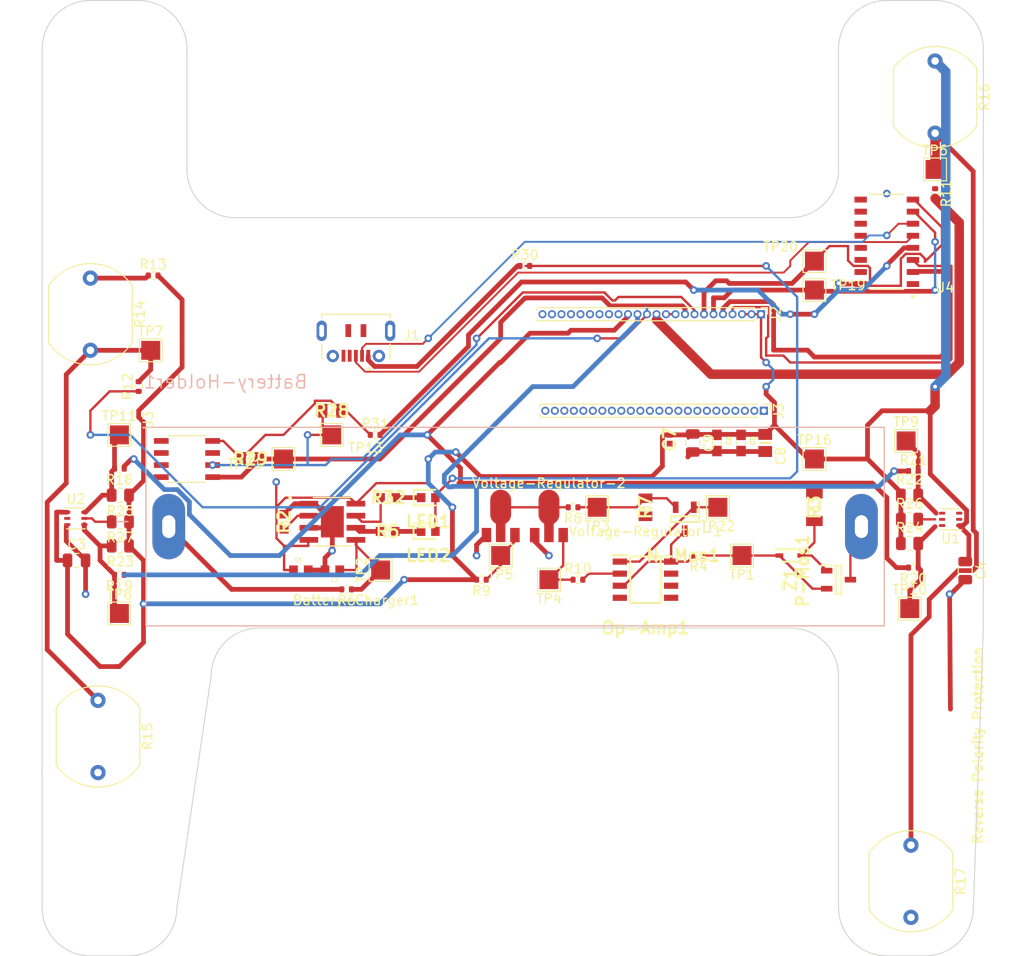
<source format=kicad_pcb>
(kicad_pcb (version 20221018) (generator pcbnew)
  (layers (0 "F.Cu" signal) (31 "B.Cu" signal) (34 "B.Paste" user) (35 "F.Paste" user) (36 "B.SilkS" user "B.Silkscreen") (37 "F.SilkS" user "F.Silkscreen") (38 "B.Mask" user) (39 "F.Mask" user) (44 "Edge.Cuts" user))
  (net 0 "")
  (net 1 "Net-(R13-Pad1)")
  (net 2 "Net-(R12-Pad2)")
  (net 3 "GND")
  (net 4 "+3.3V")
  (net 5 "Net-(R11-Pad1)")
  (net 7 "Net-(U1-SCL)")
  (net 8 "Net-(U1-INT)")
  (net 9 "Net-(U1-SDA)")
  (net 11 "Net-(U2-SCL)")
  (net 12 "Net-(U2-INT)")
  (net 13 "Net-(U2-SDA)")
  (net 14 "Net-(Z1-K)")
  (net 15 "/Power_Subsystem/V-pos")
  (net 16 "Net-(Battery-Charger1-BAT)")
  (net 17 "/Power_Subsystem/Vbat")
  (net 18 "Net-(N-Mos1-Pad2)")
  (net 19 "/Power_Subsystem/V-Reg")
  (net 20 "Net-(Voltage-Regulator-2-VO)")
  (net 21 "Net-(Voltage-Regulator-1-VO)")
  (net 22 "/Power_Subsystem/3.3-back")
  (net 23 "Net-(J1-VBUS)")
  (net 24 "+5V")
  (net 25 "+3V3")
  (net 26 "Net-(U4-V3)")
  (net 27 "/Microcontroller/EEPROM_SCL")
  (net 28 "/Microcontroller/LDR_Vout1")
  (net 29 "/Microcontroller/LDR_Vout2")
  (net 30 "/Microcontroller/USB_TIMIN")
  (net 31 "/Microcontroller/USB_TIMOUT")
  (net 32 "/Microcontroller/EEPROM_SDA")
  (net 33 "Net-(Op-Amp1-VOUTA)")
  (net 34 "/Microcontroller/USB_D-")
  (net 35 "/Microcontroller/USB_D+")
  (net 37 "/Microcontroller/USB_TXD")
  (net 38 "/Microcontroller/USB_RXD")
  (net 43 "Net-(Battery-Charger1-PROG)")
  (net 44 "Net-(Battery-Charger1-~{STDBY})")
  (net 45 "Net-(Battery-Charger1-~{CHRG})")
  (net 46 "Net-(Battery-Holder1-PadP)")
  (net 47 "Net-(LED1-Pad1)")
  (net 48 "Net-(LED2-Pad1)")
  (net 50 "Net-(Z1-A)")
  (net 51 "/Microcontroller/SCLSense")
  (net 52 "/Microcontroller/SDASense")
  (footprint "OptoDevice:Lite-On_LTR-303ALS-01" (layer "F.Cu") (at 184.52 80.01 180)
    (fp_text reference "U1")
    (fp_text value "LTR-303ALS-01")
  )
  (footprint "Resistor_SMD:R_0402_1005Metric" (layer "F.Cu") (at 139.7 53.34)
    (fp_text reference "R30")
    (fp_text value "0")
  )
  (footprint "TestPoint:TestPoint_Pad_2.0x2.0mm" (layer "F.Cu") (at 160.02 78.74 180)
    (fp_text reference "TP22")
    (fp_text value "TestPoint")
  )
  (footprint "Capacitor_SMD:C_0805_2012Metric" (layer "F.Cu") (at 157.38 71.97 -90)
    (fp_text reference "C9")
    (fp_text value "1uF")
  )
  (footprint "TestPoint:TestPoint_Pad_2.0x2.0mm" (layer "F.Cu") (at 170.18 55.88)
    (fp_text reference "TP19")
    (fp_text value "TestPoint" hide)
  )
  (footprint "TestPoint:TestPoint_Pad_2.0x2.0mm" (layer "F.Cu") (at 124.525 85.344 90)
    (fp_text reference "TP2")
    (fp_text value "TestPoint")
  )
  (footprint "MyNmos:SOT95P280X125-3N" (layer "F.Cu") (at 156.53 79.99 -90)
    (fp_text reference "N-Mos1")
    (fp_text value "AO3400A" hide)
  )
  (footprint "TestPoint:TestPoint_Pad_2.0x2.0mm" (layer "F.Cu") (at 162.56 83.82 180)
    (fp_text reference "TP1")
    (fp_text value "TestPoint")
  )
  (footprint "Resistor_SMD:R_0402_1005Metric" (layer "F.Cu") (at 180.592 85.09 180)
    (fp_text reference "R20")
    (fp_text value "0")
  )
  (footprint "TestPoint:TestPoint_Pad_2.0x2.0mm" (layer "F.Cu") (at 179.832 71.755)
    (fp_text reference "TP9")
    (fp_text value "TestPoint")
  )
  (footprint "TestPoint:TestPoint_Pad_2.0x2.0mm" (layer "F.Cu") (at 119.38 71.12)
    (fp_text reference "TP13")
    (fp_text value "TestPoint" hide)
  )
  (footprint "Resistor_SMD:R_0402_1005Metric" (layer "F.Cu") (at 144.78 78.74 180)
    (fp_text reference "R8")
    (fp_text value "0")
  )
  (footprint "Resistor_SMD:R_0805_2012Metric" (layer "F.Cu") (at 180.1895 82.55)
    (fp_text reference "R24")
    (fp_text value "10K")
  )
  (footprint "TestPoint:TestPoint_Pad_2.0x2.0mm" (layer "F.Cu") (at 170.18 52.832 -90)
    (fp_text reference "TP20")
    (fp_text value "TestPoint" hide)
  )
  (footprint "100n CC0603KRX7R9BB104:CAPC1608X90" (layer "F.Cu") (at 162.46 71.97 -90)
    (fp_text reference "C5")
    (fp_text value "100nF")
  )
  (footprint "TestPoint:TestPoint_Pad_2.0x2.0mm" (layer "F.Cu") (at 182.88 43.18)
    (fp_text reference "TP6")
    (fp_text value "TestPoint")
  )
  (footprint "TestPoint:TestPoint_Pad_2.0x2.0mm" (layer "F.Cu") (at 114.3 73.66)
    (fp_text reference "TP21")
    (fp_text value "TestPoint" hide)
  )
  (footprint "TestPoint:TestPoint_Pad_2.0x2.0mm" (layer "F.Cu") (at 170.18 73.66)
    (fp_text reference "TP16")
    (fp_text value "TestPoint" hide)
  )
  (footprint "MyGreenLED:LEDC1608X50N" (layer "F.Cu") (at 129.54 81.28)
    (fp_text reference "LED2")
    (fp_text value "Green" hide)
  )
  (footprint "My100k:RESC3116X65N" (layer "F.Cu") (at 170.18 78.74 -90)
    (fp_text reference "R3")
    (fp_text value "100k" hide)
  )
  (footprint "10n Cap CL21B103KBANNNC:CAPC2012X140N" (layer "F.Cu") (at 165 71.97 -90)
    (fp_text reference "C8")
    (fp_text value "10nF")
  )
  (footprint "Resistor_SMD:R_0805_2012Metric" (layer "F.Cu") (at 97.1315 77.47 180)
    (fp_text reference "R25")
    (fp_text value "10K")
  )
  (footprint "Resistor_SMD:R_0805_2012Metric" (layer "F.Cu") (at 97.1315 80.264 180)
    (fp_text reference "R27")
    (fp_text value "10K")
  )
  (footprint "TestPoint:TestPoint_Pad_2.0x2.0mm" (layer "F.Cu") (at 100.33 62.22)
    (fp_text reference "TP7")
    (fp_text value "TestPoint")
  )
  (footprint "TestPoint:TestPoint_Pad_2.0x2.0mm" (layer "F.Cu") (at 147.32 78.74 180)
    (fp_text reference "TP3")
    (fp_text value "TestPoint")
  )
  (footprint "Connector_PinHeader_1.00mm:PinHeader_1x24_P1.00mm_Vertical" (layer "F.Cu") (at 164.56 58.42 -90)
    (fp_text reference "J2")
    (fp_text value "Conn_01x24")
  )
  (footprint "TestPoint:TestPoint_Pad_2.0x2.0mm" (layer "F.Cu") (at 142.24 86.36 180)
    (fp_text reference "TP4")
    (fp_text value "TestPoint")
  )
  (footprint "Resistor_SMD:R_0402_1005Metric" (layer "F.Cu") (at 135.13 86.36 180)
    (fp_text reference "R9")
    (fp_text value "0")
  )
  (footprint "MICROXNJ:SHOUHAN_MICROXNJ" (layer "F.Cu") (at 121.92 58.42)
    (fp_text reference "J1")
    (fp_text value "MICROXNJ")
  )
  (footprint "Capacitor_SMD:C_0805_2012Metric" (layer "F.Cu") (at 92.522 84.328)
    (fp_text reference "C3")
    (fp_text value "1uF")
  )
  (footprint "Resistor_SMD:R_0805_2012Metric" (layer "F.Cu") (at 97.1315 82.804 180)
    (fp_text reference "R23")
    (fp_text value "10K")
  )
  (footprint "Resistor_SMD:R_0402_1005Metric" (layer "F.Cu") (at 97.028 74.676 180)
    (fp_text reference "R18")
    (fp_text value "0")
  )
  (footprint "MyZener:SODFL2513X100N" (layer "F.Cu") (at 167.64 83.82)
    (fp_text reference "Z1")
    (fp_text value "MM3Z5V6C" hide)
  )
  (footprint "My1.2k:RESC1608X55N" (layer "F.Cu") (at 114.365 80.264 -90)
    (fp_text reference "R2")
    (fp_text value "1.2k" hide)
  )
  (footprint "Resistor_SMD:R_0402_1005Metric" (layer "F.Cu") (at 97.028 85.852 180)
    (fp_text reference "R19")
    (fp_text value "0")
  )
  (footprint "Myopamp:SOIC127P600X175-8N" (layer "F.Cu") (at 152.4 86.36)
    (fp_text reference "Op-Amp1")
    (fp_text value "MCP6002T-I_SN" hide)
  )
  (footprint "TP4056:SOP127P600X175-9N" (layer "F.Cu") (at 119.445 80.264)
    (fp_text reference "Battery-Charger1")
    (fp_text value "TP4056")
  )
  (footprint "MyPmos:SOT95P280X125-3N" (layer "F.Cu") (at 172.72 86.36)
    (fp_text reference "P-Mos1")
    (fp_text value "AO3401A" hide)
  )
  (footprint "My1.2k:RESC1608X55N" (layer "F.Cu") (at 125.325 77.724)
    (fp_text reference "R32")
    (fp_text value "1k" hide)
  )
  (footprint "Resistor_SMD:R_0402_1005Metric" (layer "F.Cu") (at 100.582 54.346)
    (fp_text reference "R13")
    (fp_text value "0")
  )
  (footprint "Capacitor_SMD:C_0805_2012Metric" (layer "F.Cu") (at 186.055 85.405 -90)
    (fp_text reference "C4")
    (fp_text value "1uF")
  )
  (footprint "OptoDevice:R_LDR_10x8.5mm_P7.6mm_Vertical" (layer "F.Cu") (at 180.34 114.3 -90)
    (fp_text reference "R17")
    (fp_text value "LDR03")
  )
  (footprint "MyRedLED:LEDC1608X70N" (layer "F.Cu") (at 129.54 77.724)
    (fp_text reference "LED1")
    (fp_text value "Red" hide)
  )
  (footprint "Resistor_SMD:R_0402_1005Metric" (layer "F.Cu") (at 157.99 83.82 180)
    (fp_text reference "R4")
    (fp_text value "0")
  )
  (footprint "1.8k Ohm Resistor:RESC2013X65N" (layer "F.Cu") (at 119.38 68.58 180)
    (fp_text reference "R28")
    (fp_text value "1.8k" hide)
  )
  (footprint "1.8k Ohm Resistor:RESC2013X65N" (layer "F.Cu") (at 110.81 73.66)
    (fp_text reference "R29")
    (fp_text value "1.8k" hide)
  )
  (footprint "4.7n Cap LIB_0402B472K500NT:CAPC1005X55N" (layer "F.Cu") (at 154.94 71.58 -90)
    (fp_text reference "C7")
    (fp_text value "4.7uF" hide)
  )
  (footprint "CL10A106KP8NNNC:CAPC1608X90N" (layer "F.Cu") (at 119.445 85.344 180)
    (fp_text reference "C2")
    (fp_text value "10uF")
  )
  (footprint "OptoDevice:Lite-On_LTR-303ALS-01" (layer "F.Cu") (at 92.445 79.91)
    (fp_text reference "U2")
    (fp_text value "LTR-303ALS-01")
  )
  (footprint "TestPoint:TestPoint_Pad_2.0x2.0mm" (layer "F.Cu") (at 180.213 89.408)
    (fp_text reference "TP10")
    (fp_text value "TestPoint")
  )
  (footprint "Connector_PinHeader_1.00mm:PinHeader_1x24_P1.00mm_Vertical" (layer "F.Cu") (at 164.86 68.58 -90)
    (fp_text reference "J3")
    (fp_text value "Conn_01x24")
  )
  (footprint "TestPoint:TestPoint_Pad_2.0x2.0mm" (layer "F.Cu") (at 97.028 71.12)
    (fp_text reference "TP11")
    (fp_text value "TestPoint")
  )
  (footprint "My1.2k:RESC1608X55N" (layer "F.Cu") (at 125.26 81.28 180)
    (fp_text reference "R5")
    (fp_text value "1k" hide)
  )
  (footprint "Resistor_SMD:R_0402_1005Metric" (layer "F.Cu") (at 182.88 45.72 -90)
    (fp_text reference "R11")
    (fp_text value "0")
  )
  (footprint "HT7533-1:SOT89" (layer "F.Cu") (at 137.16 79.68)
    (fp_text reference "Voltage-Regulator-2")
    (fp_text value "HT7533-1")
  )
  (footprint "CL10A106KP8NNNC:CAPC1608X90N" (layer "F.Cu") (at 116.13 85.344)
    (fp_text reference "C1")
    (fp_text value "10uF")
  )
  (footprint "AT24C256C-SSHL-T EEPROM Chip:SOIC127P600X175-8N" (layer "F.Cu") (at 104.14 73.66)
    (fp_text reference "U3")
    (fp_text value "AT24C256C-SSHL-T")
  )
  (footprint "OptoDevice:R_LDR_10x8.5mm_P7.6mm_Vertical" (layer "F.Cu") (at 94.78 99.06 -90)
    (fp_text reference "R15")
    (fp_text value "LDR03")
  )
  (footprint "100n CC0603KRX7R9BB104:CAPC1608X90" (layer "F.Cu") (at 159.92 71.97 -90)
    (fp_text reference "C6")
    (fp_text value "100nF")
  )
  (footprint "OptoDevice:R_LDR_10x8.5mm_P7.6mm_Vertical" (layer "F.Cu") (at 182.88 31.77 -90)
    (fp_text reference "R16")
    (fp_text value "LDR03")
  )
  (footprint "Resistor_SMD:R_0805_2012Metric" (layer "F.Cu") (at 180.1895 77.47)
    (fp_text reference "R22")
    (fp_text value "10K")
  )
  (footprint "Resistor_SMD:R_0402_1005Metric" (layer "F.Cu") (at 180.592 74.93)
    (fp_text reference "R21")
    (fp_text value "0")
  )
  (footprint "OptoDevice:R_LDR_10x8.5mm_P7.6mm_Vertical" (layer "F.Cu") (at 93.98 54.62 -90)
    (fp_text reference "R14")
    (fp_text value "LDR03")
  )
  (footprint "HT7533-1:SOT89" (layer "F.Cu") (at 142.24 79.68)
    (fp_text reference "Voltage-Regulator-1")
    (fp_text value "HT7533-1")
  )
  (footprint "TestPoint:TestPoint_Pad_2.0x2.0mm" (layer "F.Cu") (at 137.16 83.82 180)
    (fp_text reference "TP5")
    (fp_text value "TestPoint")
  )
  (footprint "Resistor_SMD:R_0402_1005Metric" (layer "F.Cu") (at 99.06 66.03 90)
    (fp_text reference "R12")
    (fp_text value "0")
  )
  (footprint "Resistor_SMD:R_0402_1005Metric" (layer "F.Cu") (at 145.29 86.36)
    (fp_text reference "R10")
    (fp_text value "0")
  )
  (footprint "My1M:RESC2013X65N" (layer "F.Cu") (at 152.4 78.74 -90)
    (fp_text reference "R7")
    (fp_text value "1M" hide)
  )
  (footprint "TestPoint:TestPoint_Pad_2.0x2.0mm" (layer "F.Cu") (at 97.028 89.916)
    (fp_text reference "TP8")
    (fp_text value "TestPoint")
  )
  (footprint "Resistor_SMD:R_0805_2012Metric" (layer "F.Cu") (at 180.1895 80.01)
    (fp_text reference "R26")
    (fp_text value "10K")
  )
  (footprint "Resistor_SMD:R_0402_1005Metric" (layer "F.Cu") (at 120.945 87.376 180)
    (fp_text reference "R6")
    (fp_text value "0")
  )
  (footprint "CH340G Bridge:SOIC127P600X180-16N" (layer "F.Cu") (at 177.8 50.8 180)
    (fp_text reference "U4")
    (fp_text value "CH340G")
  )
  (footprint "Resistor_SMD:R_0402_1005Metric" (layer "F.Cu") (at 123.95 71.12)
    (fp_text reference "R31")
    (fp_text value "0")
  )
  (footprint "BH-18650-PC:BAT_BH-18650-PC" (layer "B.Cu") (at 138.676 80.772)
    (fp_text reference "Battery-Holder1")
    (fp_text value "BH-18650-PC")
  )
  (gr_line (start 172.72 96.52) (end 172.72 120.867898) (stroke (width 0.1)) (layer "Edge.Cuts"))
  (gr_arc (start 88.9 30.48) (mid 90.387898 26.887898) (end 93.98 25.4) (stroke (width 0.1)) (layer "Edge.Cuts"))
  (gr_line (start 186.907898 120.867898) (end 187.96 91.44) (stroke (width 0.1)) (layer "Edge.Cuts"))
  (gr_arc (start 177.8 125.947898) (mid 174.207898 124.46) (end 172.72 120.867898) (stroke (width 0.1)) (layer "Edge.Cuts"))
  (gr_arc (start 186.907898 120.867898) (mid 185.42 124.46) (end 181.827898 125.947898) (stroke (width 0.1)) (layer "Edge.Cuts"))
  (gr_arc (start 106.68 96.52) (mid 108.167898 92.927898) (end 111.76 91.44) (stroke (width 0.1)) (layer "Edge.Cuts"))
  (gr_arc (start 103.087898 120.867898) (mid 101.6 124.46) (end 98.007898 125.947898) (stroke (width 0.1)) (layer "Edge.Cuts"))
  (gr_arc (start 182.88 25.4) (mid 186.472102 26.887898) (end 187.96 30.48) (stroke (width 0.1)) (layer "Edge.Cuts"))
  (gr_line (start 103.087898 120.867898) (end 106.68 96.52) (stroke (width 0.1)) (layer "Edge.Cuts"))
  (gr_arc (start 93.98 125.947898) (mid 90.387898 124.46) (end 88.9 120.867898) (stroke (width 0.1)) (layer "Edge.Cuts"))
  (gr_line (start 109.22 48.26) (end 167.64 48.26) (stroke (width 0.1)) (layer "Edge.Cuts"))
  (gr_line (start 88.9 53.34) (end 88.9 106.68) (stroke (width 0.1)) (layer "Edge.Cuts"))
  (gr_arc (start 99.06 25.4) (mid 102.652102 26.887898) (end 104.14 30.48) (stroke (width 0.1)) (layer "Edge.Cuts"))
  (gr_line (start 187.96 30.48) (end 187.96 71.12) (stroke (width 0.1)) (layer "Edge.Cuts"))
  (gr_line (start 88.9 53.34) (end 88.9 30.48) (stroke (width 0.1)) (layer "Edge.Cuts"))
  (gr_line (start 93.98 125.947898) (end 98.007898 125.947898) (stroke (width 0.1)) (layer "Edge.Cuts"))
  (gr_line (start 93.98 25.4) (end 99.06 25.4) (stroke (width 0.1)) (layer "Edge.Cuts"))
  (gr_line (start 111.76 91.44) (end 167.64 91.44) (stroke (width 0.1)) (layer "Edge.Cuts"))
  (gr_arc (start 172.72 43.18) (mid 171.232102 46.772102) (end 167.64 48.26) (stroke (width 0.1)) (layer "Edge.Cuts"))
  (gr_line (start 104.14 30.48) (end 104.14 43.18) (stroke (width 0.1)) (layer "Edge.Cuts"))
  (gr_line (start 88.9 106.68) (end 88.9 120.867898) (stroke (width 0.1)) (layer "Edge.Cuts"))
  (gr_arc (start 172.72 30.48) (mid 174.207898 26.887898) (end 177.8 25.4) (stroke (width 0.1)) (layer "Edge.Cuts"))
  (gr_line (start 187.96 71.12) (end 187.96 91.44) (stroke (width 0.1)) (layer "Edge.Cuts"))
  (gr_arc (start 109.22 48.26) (mid 105.627898 46.772102) (end 104.14 43.18) (stroke (width 0.1)) (layer "Edge.Cuts"))
  (gr_line (start 177.8 125.947898) (end 181.827898 125.947898) (stroke (width 0.1)) (layer "Edge.Cuts"))
  (gr_arc (start 167.64 91.44) (mid 171.232102 92.927898) (end 172.72 96.52) (stroke (width 0.1)) (layer "Edge.Cuts"))
  (gr_line (start 177.8 25.4) (end 182.88 25.4) (stroke (width 0.1)) (layer "Edge.Cuts"))
  (gr_line (start 172.72 30.48) (end 172.72 43.18) (stroke (width 0.1)) (layer "Edge.Cuts"))
  (gr_text "Reverse Polarity Protection" (at 187.96 114.3 90) (layer "F.SilkS") (effects (font (size 1 1) (thickness 0.2) bold) (justify left bottom)))
  (via (at 177.8 45.72) (size 0.8) (drill 0.4) (layers "F.Cu" "B.Cu") (net 0))
  (segment (start 93.98 54.62) (end 99.798 54.62) (width 0.5) (layer "F.Cu") (net 1))
  (segment (start 99.798 54.62) (end 100.072 54.346) (width 0.5) (layer "F.Cu") (net 1))
  (segment (start 100.33 62.22) (end 100.33 64.25) (width 0.5) (layer "F.Cu") (net 2))
  (segment (start 93.34 62.86) (end 93.98 62.22) (width 0.5) (layer "F.Cu") (net 2))
  (segment (start 89.436 78.204) (end 91.44 76.2) (width 0.5) (layer "F.Cu") (net 2))
  (segment (start 91.44 76.2) (end 91.44 64.76) (width 0.5) (layer "F.Cu") (net 2))
  (segment (start 100.076 61.966) (end 100.33 62.22) (width 0.5) (layer "F.Cu") (net 2))
  (segment (start 89.436 93.716) (end 89.436 78.204) (width 0.5) (layer "F.Cu") (net 2))
  (segment (start 94.78 99.06) (end 89.436 93.716) (width 0.5) (layer "F.Cu") (net 2))
  (segment (start 91.44 64.76) (end 93.34 62.86) (width 0.5) (layer "F.Cu") (net 2))
  (segment (start 93.98 62.22) (end 100.33 62.22) (width 0.5) (layer "F.Cu") (net 2))
  (segment (start 100.33 64.25) (end 99.06 65.52) (width 0.5) (layer "F.Cu") (net 2))
  (segment (start 117.596793 78.359) (end 116.97 78.359) (width 0.5) (layer "F.Cu") (net 3))
  (segment (start 116.905 85.344) (end 118.67 85.344) (width 0.5) (layer "F.Cu") (net 3))
  (segment (start 119.445 80.264) (end 119.445 83.286) (width 0.5) (layer "F.Cu") (net 3))
  (segment (start 119.445 80.207207) (end 117.596793 78.359) (width 0.5) (layer "F.Cu") (net 3))
  (segment (start 140.741 82.321) (end 140.741 81.661) (width 0.5) (layer "F.Cu") (net 3))
  (segment (start 91.44 82.296) (end 91.44 80.772) (width 0.5) (layer "F.Cu") (net 3))
  (segment (start 184.404 87.884) (end 184.495 87.915) (width 0.5) (layer "F.Cu") (net 3))
  (segment (start 119.445 80.264) (end 119.445 80.207207) (width 0.5) (layer "F.Cu") (net 3))
  (segment (start 157.38 72.92) (end 157.43 72.87) (width 0.5) (layer "F.Cu") (net 3))
  (segment (start 116.97 80.899) (end 118.81 80.899) (width 0.5) (layer "F.Cu") (net 3))
  (segment (start 118.81 80.899) (end 119.445 80.264) (width 0.5) (layer "F.Cu") (net 3))
  (segment (start 142.24 83.82) (end 140.741 82.321) (width 0.5) (layer "F.Cu") (net 3))
  (segment (start 154.56 58.42) (end 155.56 58.42) (width 0.25) (layer "F.Cu") (net 3))
  (segment (start 184.495 99.985) (end 184.404 87.884) (width 0.5) (layer "F.Cu") (net 3))
  (segment (start 184.495 87.915) (end 186.055 86.355) (width 0.5) (layer "F.Cu") (net 3))
  (segment (start 134.62 83.82) (end 134.62 82.702) (width 0.5) (layer "F.Cu") (net 3))
  (segment (start 134.62 82.702) (end 135.661 81.661) (width 0.5) (layer "F.Cu") (net 3))
  (segment (start 156.854 73.446) (end 157.38 72.92) (width 0.5) (layer "F.Cu") (net 3))
  (segment (start 119.419 83.312) (end 118.67 84.061) (width 0.5) (layer "F.Cu") (net 3))
  (segment (start 119.445 83.286) (end 119.419 83.312) (width 0.5) (layer "F.Cu") (net 3))
  (segment (start 114.365 79.464) (end 115.47 78.359) (width 0.5) (layer "F.Cu") (net 3))
  (segment (start 118.67 84.061) (end 118.67 85.344) (width 0.5) (layer "F.Cu") (net 3))
  (segment (start 157.43 72.87) (end 165 72.87) (width 0.5) (layer "F.Cu") (net 3))
  (segment (start 115.47 78.359) (end 116.97 78.359) (width 0.5) (layer "F.Cu") (net 3))
  (segment (start 93.472 84.328) (end 93.472 87.884) (width 0.5) (layer "F.Cu") (net 3))
  (segment (start 116.97 78.359) (end 117.54 78.359) (width 0.25) (layer "F.Cu") (net 3))
  (segment (start 93.472 84.328) (end 91.44 82.296) (width 0.5) (layer "F.Cu") (net 3))
  (segment (start 159.97 72.87) (end 159.92 72.82) (width 0.25) (layer "F.Cu") (net 3))
  (via (at 134.62 83.82) (size 0.8) (drill 0.4) (layers "F.Cu" "B.Cu") (net 3))
  (via (at 93.472 87.884) (size 0.8) (drill 0.4) (layers "F.Cu" "B.Cu") (net 3))
  (via (at 119.419 83.312) (size 0.8) (drill 0.4) (layers "F.Cu" "B.Cu") (net 3))
  (via (at 142.24 83.82) (size 0.8) (drill 0.4) (layers "F.Cu" "B.Cu") (net 3))
  (via (at 184.404 87.884) (size 0.8) (drill 0.4) (layers "F.Cu" "B.Cu") (net 3))
  (segment (start 154.35 71.12) (end 154.94 71.12) (width 0.5) (layer "F.Cu") (net 4))
  (segment (start 182.88 66.04) (end 182.88 68.072) (width 1) (layer "F.Cu") (net 4))
  (segment (start 186.195 79.067538) (end 182.372 75.244538) (width 0.5) (layer "F.Cu") (net 4))
  (segment (start 98.044 80.264) (end 98.044 77.47) (width 0.5) (layer "F.Cu") (net 4))
  (segment (start 96.774 95.504) (end 94.996 95.504) (width 0.5) (layer "F.Cu") (net 4))
  (segment (start 132.441168 72.927374) (end 135.013794 75.5) (width 0.5) (layer "F.Cu") (net 4))
  (segment (start 99.568 84.328) (end 99.568 88.9) (width 0.5) (layer "F.Cu") (net 4))
  (segment (start 164.56 58.42) (end 164.56 62.96) (width 0.25) (layer "F.Cu") (net 4))
  (segment (start 177.292 68.58) (end 175.768 70.104) (width 0.5) (layer "F.Cu") (net 4))
  (segment (start 165 71.07) (end 157.43 71.07) (width 0.5) (layer "F.Cu") (net 4))
  (segment (start 91.572 92.08) (end 91.572 84.328) (width 0.5) (layer "F.Cu") (net 4))
  (segment (start 157.266 70.906) (end 157.38 71.02) (width 0.5) (layer "F.Cu") (net 4))
  (segment (start 98.044 82.804) (end 98.044 80.264) (width 0.5) (layer "F.Cu") (net 4))
  (segment (start 153.1 75.5) (end 154.18 74.42) (width 0.5) (layer "F.Cu") (net 4))
  (segment (start 162.56 58.42) (end 164.56 58.42) (width 0.25) (layer "F.Cu") (net 4))
  (segment (start 156.89 71.51) (end 157.38 71.02) (width 0.25) (layer "F.Cu") (net 4))
  (segment (start 186.055 84.455) (end 186.436 84.074) (width 0.5) (layer "F.Cu") (net 4))
  (segment (start 157.38 71.02) (end 157.48 71.12) (width 0.25) (layer "F.Cu") (net 4))
  (segment (start 179.277 77.169) (end 175.768 73.66) (width 0.5) (layer "F.Cu") (net 4))
  (segment (start 165 71.07) (end 165.975 70.095) (width 0.5) (layer "F.Cu") (net 4))
  (segment (start 169.54 73.66) (end 170.18 73.66) (width 0.5) (layer "F.Cu") (net 4))
  (segment (start 179.277 80.01) (end 179.277 77.47) (width 0.5) (layer "F.Cu") (net 4))
  (segment (start 90.92 79.26) (end 90.908 79.248) (width 0.5) (layer "F.Cu") (net 4))
  (segment (start 179.277 82.55) (end 179.277 80.01) (width 0.5) (layer "F.Cu") (net 4))
  (segment (start 182.372 75.244538) (end 182.372 68.58) (width 0.5) (layer "F.Cu") (net 4))
  (segment (start 186.195 80.302462) (end 186.195 79.067538) (width 0.5) (layer "F.Cu") (net 4))
  (segment (start 132.08 83.82) (end 132.08 78.74) (width 0.5) (layer "F.Cu") (net 4))
  (segment (start 91.545 79.26) (end 90.92 79.26) (width 0.5) (layer "F.Cu") (net 4))
  (segment (start 157.28 71.12) (end 157.38 71.02) (width 0.5) (layer "F.Cu") (net 4))
  (segment (start 154.18 71.29) (end 154.35 71.12) (width 0.5) (layer "F.Cu") (net 4))
  (segment (start 165.975 67.705) (end 165.1 66.83) (width 0.5) (layer "F.Cu") (net 4))
  (segment (start 186.436 84.074) (end 186.436 81.676) (width 0.5) (layer "F.Cu") (net 4))
  (segment (start 99.568 88.9) (end 99.568 92.964) (width 0.5) (layer "F.Cu") (net 4))
  (segment (start 159.97 71.07) (end 159.92 71.12) (width 0.25) (layer "F.Cu") (net 4))
  (segment (start 91.44 84.46) (end 91.572 84.328) (width 0.25) (layer "F.Cu") (net 4))
  (segment (start 99.568 69.762) (end 99.06 69.254) (width 0.5) (layer "F.Cu") (net 4))
  (segment (start 165.1 66.83) (end 165.1 66.04) (width 0.5) (layer "F.Cu") (net 4))
  (segment (start 182.372 68.58) (end 177.292 68.58) (width 0.5) (layer "F.Cu") (net 4))
  (segment (start 98.044 82.804) (end 99.568 84.328) (width 0.5) (layer "F.Cu") (net 4))
  (segment (start 179.277 77.47) (end 179.277 77.169) (width 0.5) (layer "F.Cu") (net 4))
  (segment (start 103.632 56.886) (end 101.092 54.346) (width 0.5) (layer "F.Cu") (net 4))
  (segment (start 90.424 84.328) (end 91.572 84.328) (width 0.5) (layer "F.Cu") (net 4))
  (segment (start 134.62 86.36) (end 132.08 83.82) (width 0.5) (layer "F.Cu") (net 4))
  (segment (start 98.044 77.47) (end 99.568 75.946) (width 0.5) (layer "F.Cu") (net 4))
  (segment (start 165.975 70.095) (end 165.975 67.705) (width 0.5) (layer "F.Cu") (net 4))
  (segment (start 127 86.36) (end 134.62 86.36) (width 0.5) (layer "F.Cu") (net 4))
  (segment (start 185.837462 80.66) (end 186.195 80.302462) (width 0.5) (layer "F.Cu") (net 4))
  (segment (start 164.808 70.878) (end 165 71.07) (width 0.5) (layer "F.Cu") (net 4))
  (segment (start 135.013794 75.5) (end 153.1 75.5) (width 0.5) (layer "F.Cu") (net 4))
  (segment (start 99.06 68.57) (end 103.632 63.998) (width 0.5) (layer "F.Cu") (net 4))
  (segment (start 157.43 71.07) (end 157.38 71.02) (width 0.5) (layer "F.Cu") (net 4))
  (segment (start 186.436 81.676) (end 185.42 80.66) (width 0.5) (layer "F.Cu") (net 4))
  (segment (start 182.88 68.072) (end 182.372 68.58) (width 1) (layer "F.Cu") (net 4))
  (segment (start 154.94 71.12) (end 157.28 71.12) (width 0.5) (layer "F.Cu") (net 4))
  (segment (start 99.06 69.254) (end 99.06 68.57) (width 0.5) (layer "F.Cu") (net 4))
  (segment (start 164.56 62.96) (end 165.1 63.5) (width 0.25) (layer "F.Cu") (net 4))
  (segment (start 175.768 73.66) (end 175.768 70.104) (width 0.5) (layer "F.Cu") (net 4))
  (segment (start 185.42 80.66) (end 185.837462 80.66) (width 0.5) (layer "F.Cu") (net 4))
  (segment (start 99.568 92.964) (end 97.028 95.504) (width 0.5) (layer "F.Cu") (net 4))
  (segment (start 99.568 75.946) (end 99.568 69.762) (width 0.5) (layer "F.Cu") (net 4))
  (segment (start 97.028 95.504) (end 96.774 95.504) (width 0.5) (layer "F.Cu") (net 4))
  (segment (start 103.632 63.998) (end 103.632 56.886) (width 0.5) (layer "F.Cu") (net 4))
  (segment (start 170.18 73.66) (end 175.768 73.66) (width 0.5) (layer "F.Cu") (net 4))
  (segment (start 154.18 74.42) (end 154.18 71.29) (width 0.5) (layer "F.Cu") (net 4))
  (segment (start 90.908 79.248) (end 90.424 79.248) (width 0.5) (layer "F.Cu") (net 4))
  (segment (start 165.975 70.095) (end 169.54 73.66) (width 0.5) (layer "F.Cu") (net 4))
  (segment (start 90.424 79.248) (end 90.424 84.328) (width 0.5) (layer "F.Cu") (net 4))
  (segment (start 94.996 95.504) (end 91.572 92.08) (width 0.5) (layer "F.Cu") (net 4))
  (via (at 127 86.36) (size 0.8) (drill 0.4) (layers "F.Cu" "B.Cu") (net 4))
  (via (at 182.88 66.04) (size 0.8) (drill 0.4) (layers "F.Cu" "B.Cu") (net 4))
  (via (at 165.1 63.5) (size 0.8) (drill 0.4) (layers "F.Cu" "B.Cu") (net 4))
  (via (at 165.1 66.04) (size 0.8) (drill 0.4) (layers "F.Cu" "B.Cu") (net 4))
  (via (at 99.568 88.9) (size 0.8) (drill 0.4) (layers "F.Cu" "B.Cu") (net 4))
  (via (at 129.54 73.66) (size 0.8) (drill 0.4) (layers "F.Cu" "B.Cu") (net 4))
  (via (at 132.08 78.74) (size 0.8) (drill 0.4) (layers "F.Cu" "B.Cu") (net 4))
  (via (at 132.441168 72.927374) (size 0.8) (drill 0.4) (layers "F.Cu" "B.Cu") (net 4))
  (segment (start 124.46 88.9) (end 127 86.36) (width 0.5) (layer "B.Cu") (net 4))
  (segment (start 184.005 32.895) (end 184.005 64.915) (width 1) (layer "B.Cu") (net 4))
  (segment (start 130.272626 72.927374) (end 132.441168 72.927374) (width 0.5) (layer "B.Cu") (net 4))
  (segment (start 165.825 65.315) (end 165.825 64.225) (width 0.25) (layer "B.Cu") (net 4))
  (segment (start 165.1 66.04) (end 165.825 65.315) (width 0.25) (layer "B.Cu") (net 4))
  (segment (start 129.54 73.66) (end 130.272626 72.927374) (width 0.5) (layer "B.Cu") (net 4))
  (segment (start 99.568 88.9) (end 124.46 88.9) (width 0.5) (layer "B.Cu") (net 4))
  (segment (start 132.08 78.74) (end 129.54 76.2) (width 0.5) (layer "B.Cu") (net 4))
  (segment (start 165.825 64.225) (end 165.1 63.5) (width 0.25) (layer "B.Cu") (net 4))
  (segment (start 184.005 64.915) (end 182.88 66.04) (width 1) (layer "B.Cu") (net 4))
  (segment (start 129.54 76.2) (end 129.54 73.66) (width 0.5) (layer "B.Cu") (net 4))
  (segment (start 182.88 31.77) (end 184.005 32.895) (width 1) (layer "B.Cu") (net 4))
  (segment (start 186.895 43.385) (end 182.88 39.37) (width 0.5) (layer "F.Cu") (net 5))
  (segment (start 182.263501 90.257499) (end 182.263501 88.43155) (width 0.5) (layer "F.Cu") (net 5))
  (segment (start 186.819949 85.405) (end 187.23 84.994949) (width 0.5) (layer "F.Cu") (net 5))
  (segment (start 187.23 84.994949) (end 187.23 81.48005) (width 0.5) (layer "F.Cu") (net 5))
  (segment (start 187.23 81.48005) (end 186.895 81.14505) (width 0.5) (layer "F.Cu") (net 5))
  (segment (start 185.290051 85.405) (end 186.819949 85.405) (width 0.5) (layer "F.Cu") (net 5))
  (segment (start 182.88 39.37) (end 182.88 43.18) (width 1) (layer "F.Cu") (net 5))
  (segment (start 180.34 114.3) (end 180.34 92.181) (width 0.5) (layer "F.Cu") (net 5))
  (segment (start 182.263501 88.43155) (end 185.290051 85.405) (width 0.5) (layer "F.Cu") (net 5))
  (segment (start 186.895 81.14505) (end 186.895 43.385) (width 0.5) (layer "F.Cu") (net 5))
  (segment (start 180.34 92.181) (end 182.263501 90.257499) (width 0.5) (layer "F.Cu") (net 5))
  (segment (start 181.102 74.93) (end 181.102 77.47) (width 0.5) (layer "F.Cu") (net 7))
  (segment (start 179.832 71.755) (end 181.102 73.025) (width 0.5) (layer "F.Cu") (net 7))
  (segment (start 181.102 73.025) (end 181.102 74.93) (width 0.5) (layer "F.Cu") (net 7))
  (segment (start 182.992 79.36) (end 181.102 77.47) (width 0.5) (layer "F.Cu") (net 7))
  (segment (start 182.88 80.01) (end 181.102 80.01) (width 0.25) (layer "F.Cu") (net 8))
  (segment (start 180.213 87.503) (end 181.356 86.36) (width 0.5) (layer "F.Cu") (net 9))
  (segment (start 181.356 86.36) (end 181.356 85.344) (width 0.5) (layer "F.Cu") (net 9))
  (segment (start 181.102 82.55) (end 182.88 80.772) (width 0.5) (layer "F.Cu") (net 9))
  (segment (start 181.102 82.55) (end 181.102 85.09) (width 0.5) (layer "F.Cu") (net 9))
  (segment (start 180.213 89.408) (end 180.213 87.503) (width 0.5) (layer "F.Cu") (net 9))
  (segment (start 181.356 85.344) (end 181.102 85.09) (width 0.5) (layer "F.Cu") (net 9))
  (segment (start 93.345 80.56) (end 93.345 81.153) (width 0.5) (layer "F.Cu") (net 11))
  (segment (start 96.518 89.406) (end 97.028 89.916) (width 0.5) (layer "F.Cu") (net 11))
  (segment (start 96.518 85.852) (end 96.518 89.406) (width 0.5) (layer "F.Cu") (net 11))
  (segment (start 94.996 82.804) (end 94.996 84.33) (width 0.5) (layer "F.Cu") (net 11))
  (segment (start 94.996 84.33) (end 96.518 85.852) (width 0.5) (layer "F.Cu") (net 11))
  (segment (start 93.345 81.153) (end 94.996 82.804) (width 0.5) (layer "F.Cu") (net 11))
  (segment (start 94.996 82.804) (end 96.219 82.804) (width 0.5) (layer "F.Cu") (net 11))
  (segment (start 93.345 79.91) (end 94.134 79.91) (width 0.25) (layer "F.Cu") (net 12))
  (segment (start 94.488 80.264) (end 96.219 80.264) (width 0.25) (layer "F.Cu") (net 12))
  (segment (start 94.134 79.91) (end 94.488 80.264) (width 0.25) (layer "F.Cu") (net 12))
  (segment (start 96.518 71.63) (end 96.518 74.676) (width 0.5) (layer "F.Cu") (net 13))
  (segment (start 96.219 74.975) (end 96.518 74.676) (width 0.5) (layer "F.Cu") (net 13))
  (segment (start 95.25 77.47) (end 96.219 77.47) (width 0.5) (layer "F.Cu") (net 13))
  (segment (start 96.219 77.47) (end 96.219 74.975) (width 0.5) (layer "F.Cu") (net 13))
  (segment (start 93.46 79.26) (end 95.25 77.47) (width 0.5) (layer "F.Cu") (net 13))
  (segment (start 93.345 79.26) (end 93.46 79.26) (width 0.5) (layer "F.Cu") (net 13))
  (segment (start 97.028 71.12) (end 96.518 71.63) (width 0.5) (layer "F.Cu") (net 13))
  (segment (start 158.5 83.82) (end 162.56 83.82) (width 0.25) (layer "F.Cu") (net 14))
  (segment (start 166.49 83.82) (end 162.56 83.82) (width 0.25) (layer "F.Cu") (net 14))
  (segment (start 166.49 83.82) (end 169.98 87.31) (width 0.25) (layer "F.Cu") (net 14))
  (segment (start 169.98 87.31) (end 171.47 87.31) (width 0.25) (layer "F.Cu") (net 14))
  (segment (start 149.7 86.995) (end 150.125 86.995) (width 0.25) (layer "F.Cu") (net 15))
  (segment (start 156.845 84.455) (end 155.1 84.455) (width 0.25) (layer "F.Cu") (net 15))
  (segment (start 157.48 83.82) (end 156.845 84.455) (width 0.25) (layer "F.Cu") (net 15))
  (segment (start 150.125 86.995) (end 152.665 84.455) (width 0.25) (layer "F.Cu") (net 15))
  (segment (start 152.665 84.455) (end 155.1 84.455) (width 0.25) (layer "F.Cu") (net 15))
  (segment (start 155.1 82.67) (end 156.53 81.24) (width 0.25) (layer "F.Cu") (net 15))
  (segment (start 155.1 84.455) (end 155.1 82.67) (width 0.25) (layer "F.Cu") (net 15))
  (segment (start 121.92 82.739) (end 121.92 82.169) (width 0.25) (layer "F.Cu") (net 16))
  (segment (start 121.985 82.234) (end 121.985 85.344) (width 0.25) (layer "F.Cu") (net 16))
  (segment (start 122.493 87.376) (end 124.525 85.344) (width 0.5) (layer "F.Cu") (net 16))
  (segment (start 121.92 82.169) (end 121.985 82.234) (width 0.25) (layer "F.Cu") (net 16))
  (segment (start 124.525 85.344) (end 121.92 82.739) (width 0.25) (layer "F.Cu") (net 16))
  (segment (start 121.985 85.344) (end 120.22 85.344) (width 0.25) (layer "F.Cu") (net 16))
  (segment (start 121.455 87.376) (end 122.493 87.376) (width 0.5) (layer "F.Cu") (net 16))
  (segment (start 102.226 80.772) (end 108.83 87.376) (width 0.5) (layer "F.Cu") (net 17))
  (segment (start 108.83 87.376) (end 120.435 87.376) (width 0.5) (layer "F.Cu") (net 17))
  (segment (start 145.29 78.74) (end 147.32 78.74) (width 0.25) (layer "F.Cu") (net 18))
  (segment (start 147.32 78.74) (end 151.45 78.74) (width 0.25) (layer "F.Cu") (net 18))
  (segment (start 154.63 77.79) (end 155.58 78.74) (width 0.25) (layer "F.Cu") (net 18))
  (segment (start 152.4 77.79) (end 154.63 77.79) (width 0.25) (layer "F.Cu") (net 18))
  (segment (start 151.45 78.74) (end 152.4 77.79) (width 0.25) (layer "F.Cu") (net 18))
  (segment (start 142.24 78.74) (end 137.16 78.74) (width 0.25) (layer "F.Cu") (net 19))
  (segment (start 142.24 78.74) (end 144.27 78.74) (width 0.25) (layer "F.Cu") (net 19))
  (segment (start 137.16 84.84) (end 135.64 86.36) (width 0.25) (layer "F.Cu") (net 20))
  (segment (start 137.16 83.82) (end 137.16 84.84) (width 0.25) (layer "F.Cu") (net 20))
  (segment (start 138.659 82.321) (end 137.16 83.82) (width 0.25) (layer "F.Cu") (net 20))
  (segment (start 138.659 81.661) (end 138.659 82.321) (width 0.25) (layer "F.Cu") (net 20))
  (segment (start 142.24 86.36) (end 143.739 84.861) (width 0.25) (layer "F.Cu") (net 21))
  (segment (start 143.739 84.861) (end 143.739 81.661) (width 0.25) (layer "F.Cu") (net 21))
  (segment (start 144.78 86.36) (end 142.24 86.36) (width 0.25) (layer "F.Cu") (net 21))
  (segment (start 146.435 85.725) (end 145.8 86.36) (width 0.25) (layer "F.Cu") (net 22))
  (segment (start 149.7 85.725) (end 146.435 85.725) (width 0.25) (layer "F.Cu") (net 22))
  (segment (start 123.22 62.795) (end 123.22 63.250635) (width 0.5) (layer "F.Cu") (net 23))
  (segment (start 128.342183 63.92) (end 138.922183 53.34) (width 0.5) (layer "F.Cu") (net 23))
  (segment (start 138.922183 53.34) (end 139.19 53.34) (width 0.5) (layer "F.Cu") (net 23))
  (segment (start 123.889365 63.92) (end 128.342183 63.92) (width 0.5) (layer "F.Cu") (net 23))
  (segment (start 123.22 63.250635) (end 123.889365 63.92) (width 0.5) (layer "F.Cu") (net 23))
  (segment (start 113.565 82.004) (end 113.565 78.689) (width 0.25) (layer "F.Cu") (net 24))
  (segment (start 114.365 85.344) (end 115.355 85.344) (width 0.25) (layer "F.Cu") (net 24))
  (segment (start 113.538 78.662) (end 113.565 78.689) (width 0.25) (layer "F.Cu") (net 24))
  (segment (start 114.365 82.804) (end 116.905 82.804) (width 0.25) (layer "F.Cu") (net 24))
  (segment (start 113.565 82.004) (end 114.365 82.804) (width 0.25) (layer "F.Cu") (net 24))
  (segment (start 116.905 82.234) (end 116.97 82.169) (width 0.25) (layer "F.Cu") (net 24))
  (segment (start 124.079 76.2) (end 129.54 76.2) (width 0.25) (layer "F.Cu") (net 24))
  (segment (start 121.295 77.734) (end 121.92 78.359) (width 0.25) (layer "F.Cu") (net 24))
  (segment (start 129.54 76.2) (end 130.29 76.95) (width 0.25) (layer "F.Cu") (net 24))
  (segment (start 130.29 77.724) (end 130.29 81.28) (width 0.25) (layer "F.Cu") (net 24))
  (segment (start 113.538 76.073) (end 113.538 78.662) (width 0.25) (layer "F.Cu") (net 24))
  (segment (start 121.92 78.359) (end 124.079 76.2) (width 0.25) (layer "F.Cu") (net 24))
  (segment (start 116.905 82.804) (end 116.905 82.234) (width 0.25) (layer "F.Cu") (net 24))
  (segment (start 114.52 77.734) (end 121.295 77.734) (width 0.25) (layer "F.Cu") (net 24))
  (segment (start 130.29 76.95) (end 130.29 77.724) (width 0.25) (layer "F.Cu") (net 24))
  (segment (start 113.565 78.689) (end 114.52 77.734) (width 0.25) (layer "F.Cu") (net 24))
  (segment (start 130.062 77.724) (end 132.08 75.706) (width 0.25) (layer "F.Cu") (net 24))
  (segment (start 114.365 82.804) (end 114.365 85.344) (width 0.25) (layer "F.Cu") (net 24))
  (segment (start 165.1 53.34) (end 139.785 53.34) (width 0.25) (layer "F.Cu") (net 24))
  (segment (start 132.08 75.706) (end 132.08 75.692) (width 0.25) (layer "F.Cu") (net 24))
  (via (at 113.538 76.073) (size 0.8) (drill 0.4) (layers "F.Cu" "B.Cu") (net 24))
  (via (at 132.08 75.692) (size 0.8) (drill 0.4) (layers "F.Cu" "B.Cu") (net 24))
  (via (at 165.1 53.34) (size 0.8) (drill 0.4) (layers "F.Cu" "B.Cu") (net 24))
  (segment (start 165.1 53.34) (end 168.365 56.605) (width 0.25) (layer "B.Cu") (net 24))
  (segment (start 168.365 56.605) (end 168.365 74.967) (width 0.25) (layer "B.Cu") (net 24))
  (segment (start 168.365 74.967) (end 167.64 75.692) (width 0.25) (layer "B.Cu") (net 24))
  (segment (start 167.64 75.692) (end 132.08 75.692) (width 0.25) (layer "B.Cu") (net 24))
  (segment (start 120.33 68.58) (end 120.9 68.58) (width 0.25) (layer "F.Cu") (net 25))
  (segment (start 109.86 73.66) (end 112.4 71.12) (width 0.25) (layer "F.Cu") (net 25))
  (segment (start 120.9 68.58) (end 123.44 71.12) (width 0.25) (layer "F.Cu") (net 25))
  (segment (start 109.86 73.66) (end 107.955 71.755) (width 0.25) (layer "F.Cu") (net 25))
  (segment (start 112.4 71.12) (end 114.3 71.12) (width 0.25) (layer "F.Cu") (net 25))
  (segment (start 107.955 71.755) (end 106.84 71.755) (width 0.25) (layer "F.Cu") (net 25))
  (segment (start 117.605 67.53) (end 119.28 67.53) (width 0.25) (layer "F.Cu") (net 25))
  (segment (start 117.605 67.815) (end 117.605 67.53) (width 0.25) (layer "F.Cu") (net 25))
  (segment (start 114.3 71.12) (end 117.605 67.815) (width 0.25) (layer "F.Cu") (net 25))
  (segment (start 119.28 67.53) (end 120.33 68.58) (width 0.25) (layer "F.Cu") (net 25))
  (segment (start 172.8095 55.245) (end 175.05 55.245) (width 0.5) (layer "F.Cu") (net 26))
  (segment (start 156.63 55.03) (end 139.347918 55.03) (width 0.5) (layer "F.Cu") (net 26))
  (segment (start 177.8 53.246264) (end 179.611264 51.435) (width 0.5) (layer "F.Cu") (net 26))
  (segment (start 157.48 55.88) (end 156.63 55.03) (width 0.5) (layer "F.Cu") (net 26))
  (segment (start 179.611264 51.435) (end 180.55 51.435) (width 0.5) (layer "F.Cu") (net 26))
  (segment (start 167.64 58.42) (end 170.18 58.42) (width 0.5) (layer "F.Cu") (net 26))
  (segment (start 133.77 61.81) (end 124.46 71.12) (width 0.5) (layer "F.Cu") (net 26))
  (segment (start 177.8 53.34) (end 177.8 53.246264) (width 0.5) (layer "F.Cu") (net 26))
  (segment (start 172.72 55.1555) (end 172.8095 55.245) (width 0.5) (layer "F.Cu") (net 26))
  (segment (start 139.347918 55.03) (end 133.77 60.607918) (width 0.5) (layer "F.Cu") (net 26))
  (segment (start 133.77 60.607918) (end 133.77 61.81) (width 0.5) (layer "F.Cu") (net 26))
  (via (at 170.18 58.42) (size 0.8) (drill 0.4) (layers "F.Cu" "B.Cu") (net 26))
  (via (at 167.64 58.42) (size 0.8) (drill 0.4) (layers "F.Cu" "B.Cu") (net 26))
  (via (at 172.72 55.1555) (size 0.8) (drill 0.4) (layers "F.Cu" "B.Cu") (net 26))
  (via (at 177.8 53.34) (size 0.8) (drill 0.4) (layers "F.Cu" "B.Cu") (net 26))
  (via (at 157.48 55.88) (size 0.8) (drill 0.4) (layers "F.Cu" "B.Cu") (net 26))
  (segment (start 175.26 55.88) (end 172.72 55.88) (width 0.5) (layer "B.Cu") (net 26))
  (segment (start 167.64 58.42) (end 166.79 58.42) (width 0.5) (layer "B.Cu") (net 26))
  (segment (start 164.25 55.88) (end 157.48 55.88) (width 0.5) (layer "B.Cu") (net 26))
  (segment (start 172.72 55.88) (end 170.18 58.42) (width 0.5) (layer "B.Cu") (net 26))
  (segment (start 166.79 58.42) (end 164.25 55.88) (width 0.5) (layer "B.Cu") (net 26))
  (segment (start 172.72 55.88) (end 172.72 55.1555) (width 0.5) (layer "B.Cu") (net 26))
  (segment (start 177.8 53.34) (end 175.26 55.88) (width 0.5) (layer "B.Cu") (net 26))
  (segment (start 139.487828 56.129) (end 148.07209 56.129) (width 0.25) (layer "F.Cu") (net 27))
  (segment (start 148.91309 56.97) (end 149.194695 56.97) (width 0.25) (layer "F.Cu") (net 27))
  (segment (start 134.656828 60.96) (end 139.487828 56.129) (width 0.25) (layer "F.Cu") (net 27))
  (segment (start 149.194695 56.97) (end 149.559695 56.605) (width 0.25) (layer "F.Cu") (net 27))
  (segment (start 134.62 60.96) (end 134.656828 60.96) (width 0.25) (layer "F.Cu") (net 27))
  (segment (start 118.43 68.58) (end 118.43 70.17) (width 0.25) (layer "F.Cu") (net 27))
  (segment (start 148.07209 56.129) (end 148.91309 56.97) (width 0.25) (layer "F.Cu") (net 27))
  (segment (start 119.38 71.12) (end 116.84 71.12) (width 0.25) (layer "F.Cu") (net 27))
  (segment (start 156.159212 56.605) (end 157.56 58.005788) (width 0.25) (layer "F.Cu") (net 27))
  (segment (start 149.559695 56.605) (end 156.159212 56.605) (width 0.25) (layer "F.Cu") (net 27))
  (segment (start 118.43 70.17) (end 119.38 71.12) (width 0.25) (layer "F.Cu") (net 27))
  (segment (start 157.56 58.005788) (end 157.56 58.42) (width 0.25) (layer "F.Cu") (net 27))
  (via (at 116.84 71.12) (size 0.8) (drill 0.4) (layers "F.Cu" "B.Cu") (net 27))
  (via (at 134.62 60.96) (size 0.8) (drill 0.4) (layers "F.Cu" "B.Cu") (net 27))
  (via (at 106.84 74.295) (size 0.8) (drill 0.4) (layers "F.Cu" "B.Cu") (net 27))
  (segment (start 134.62 60.96) (end 134.62 61.631138) (width 0.25) (layer "B.Cu") (net 27))
  (segment (start 116.84 71.12) (end 116.84 74.295) (width 0.25) (layer "B.Cu") (net 27))
  (segment (start 119.38 73.66) (end 118.745 74.295) (width 0.25) (layer "B.Cu") (net 27))
  (segment (start 134.62 61.631138) (end 122.591138 73.66) (width 0.25) (layer "B.Cu") (net 27))
  (segment (start 118.745 74.295) (end 116.84 74.295) (width 0.25) (layer "B.Cu") (net 27))
  (segment (start 122.591138 73.66) (end 119.38 73.66) (width 0.25) (layer "B.Cu") (net 27))
  (segment (start 106.84 74.295) (end 116.84 74.295) (width 0.25) (layer "B.Cu") (net 27))
  (segment (start 159.283321 64.734312) (end 153.56 59.010991) (width 1) (layer "F.Cu") (net 28))
  (segment (start 182.88 46.23) (end 185.42 48.77) (width 1) (layer "F.Cu") (net 28))
  (segment (start 185.42 63.5) (end 184.185688 64.734312) (width 1) (layer "F.Cu") (net 28))
  (segment (start 185.42 48.77) (end 185.42 63.5) (width 1) (layer "F.Cu") (net 28))
  (segment (start 184.185688 64.734312) (end 159.283321 64.734312) (width 1) (layer "F.Cu") (net 28))
  (segment (start 152.56 58.480661) (end 152.56 58.42) (width 0.25) (layer "F.Cu") (net 29))
  (segment (start 150.080661 60.96) (end 152.56 58.480661) (width 0.25) (layer "F.Cu") (net 29))
  (segment (start 93.98 68.57) (end 93.98 71.12) (width 0.25) (layer "F.Cu") (net 29))
  (segment (start 99.06 66.54) (end 96.01 66.54) (width 0.25) (layer "F.Cu") (net 29))
  (segment (start 147.32 60.96) (end 150.080661 60.96) (width 0.25) (layer "F.Cu") (net 29))
  (segment (start 96.01 66.54) (end 93.98 68.57) (width 0.25) (layer "F.Cu") (net 29))
  (via (at 93.98 71.12) (size 0.8) (drill 0.4) (layers "F.Cu" "B.Cu") (net 29))
  (via (at 147.32 60.96) (size 0.8) (drill 0.4) (layers "F.Cu" "B.Cu") (net 29))
  (segment (start 105.796015 78.74) (end 98.176015 71.12) (width 0.25) (layer "B.Cu") (net 29))
  (segment (start 129.006918 67.880616) (end 135.927534 60.96) (width 0.25) (layer "B.Cu") (net 29))
  (segment (start 152.56 58.42) (end 152.56 57.81896) (width 0.25) (layer "B.Cu") (net 29))
  (segment (start 152.56 57.81896) (end 152.41104 57.67) (width 0.25) (layer "B.Cu") (net 29))
  (segment (start 129.006918 67.880616) (end 118.147534 78.74) (width 0.25) (layer "B.Cu") (net 29))
  (segment (start 135.927534 60.96) (end 147.32 60.96) (width 0.25) (layer "B.Cu") (net 29))
  (segment (start 118.147534 78.74) (end 105.796015 78.74) (width 0.25) (layer "B.Cu") (net 29))
  (segment (start 98.176015 71.12) (end 93.98 71.12) (width 0.25) (layer "B.Cu") (net 29))
  (segment (start 170.18 55.88) (end 170.305 56.005) (width 0.5) (layer "F.Cu") (net 30))
  (segment (start 160.69901 56.69) (end 161.50901 55.88) (width 0.5) (layer "F.Cu") (net 30))
  (segment (start 161.50901 55.88) (end 170.18 55.88) (width 0.5) (layer "F.Cu") (net 30))
  (segment (start 159.56 58.42) (end 159.56 56.69) (width 0.5) (layer "F.Cu") (net 30))
  (segment (start 182.755 56.005) (end 182.88 55.88) (width 0.5) (layer "F.Cu") (net 30))
  (segment (start 182.88 50.8) (end 182.88 49.829436) (width 0.25) (layer "F.Cu") (net 30))
  (segment (start 159.56 56.69) (end 160.69901 56.69) (width 0.5) (layer "F.Cu") (net 30))
  (segment (start 180.675564 47.625) (end 180.55 47.625) (width 0.25) (layer "F.Cu") (net 30))
  (segment (start 182.88 49.829436) (end 180.675564 47.625) (width 0.25) (layer "F.Cu") (net 30))
  (segment (start 170.305 56.005) (end 182.755 56.005) (width 0.5) (layer "F.Cu") (net 30))
  (via (at 182.88 50.8) (size 0.8) (drill 0.4) (layers "F.Cu" "B.Cu") (net 30))
  (via (at 182.88 55.88) (size 0.8) (drill 0.4) (layers "F.Cu" "B.Cu") (net 30))
  (segment (start 182.88 50.8) (end 182.88 55.88) (width 0.25) (layer "B.Cu") (net 30))
  (segment (start 179.275305 52.584131) (end 179.275305 55.43) (width 0.25) (layer "F.Cu") (net 31))
  (segment (start 161.219061 55.18) (end 167.832 55.18) (width 0.5) (layer "F.Cu") (net 31))
  (segment (start 173.720564 51.25) (end 171.762 51.25) (width 0.25) (layer "F.Cu") (net 31))
  (segment (start 176.03 53.559436) (end 175.810564 53.34) (width 0.25) (layer "F.Cu") (net 31))
  (segment (start 159.796151 54.901767) (end 160.940828 54.901767) (width 0.5) (layer "F.Cu") (net 31))
  (segment (start 158.56 56.137918) (end 159.796151 54.901767) (width 0.5) (layer "F.Cu") (net 31))
  (segment (start 181.815305 52.574741) (end 181.310564 52.07) (width 0.25) (layer "F.Cu") (net 31))
  (segment (start 160.940828 54.901767) (end 161.219061 55.18) (width 0.5) (layer "F.Cu") (net 31))
  (segment (start 183.605 49.284436) (end 183.605 51.100305) (width 0.25) (layer "F.Cu") (net 31))
  (segment (start 173.720564 52.771128) (end 173.720564 51.25) (width 0.25) (layer "F.Cu") (net 31))
  (segment (start 179.275305 55.43) (end 176.03 55.43) (width 0.25) (layer "F.Cu") (net 31))
  (segment (start 174.289436 53.34) (end 173.720564 52.771128) (width 0.25) (layer "F.Cu") (net 31))
  (segment (start 171.762 51.25) (end 170.18 52.832) (width 0.25) (layer "F.Cu") (net 31))
  (segment (start 183.605 51.100305) (end 181.815305 52.89) (width 0.25) (layer "F.Cu") (net 31))
  (segment (start 181.310564 52.07) (end 179.789436 52.07) (width 0.25) (layer "F.Cu") (net 31))
  (segment (start 179.789436 52.07) (end 179.275305 52.584131) (width 0.25) (layer "F.Cu") (net 31))
  (segment (start 167.832 55.18) (end 170.18 52.832) (width 0.5) (layer "F.Cu") (net 31))
  (segment (start 180.675564 46.355) (end 183.605 49.284436) (width 0.25) (layer "F.Cu") (net 31))
  (segment (start 175.810564 53.34) (end 174.289436 53.34) (width 0.25) (layer "F.Cu") (net 31))
  (segment (start 181.815305 52.89) (end 181.815305 52.574741) (width 0.25) (layer "F.Cu") (net 31))
  (segment (start 158.56 58.42) (end 158.56 56.137918) (width 0.5) (layer "F.Cu") (net 31))
  (segment (start 176.03 55.43) (end 176.03 53.559436) (width 0.25) (layer "F.Cu") (net 31))
  (segment (start 180.55 46.355) (end 180.675564 46.355) (width 0.25) (layer "F.Cu") (net 31))
  (segment (start 139.924051 56.73) (end 139.950051 56.704) (width 0.5) (layer "F.Cu") (net 32))
  (segment (start 111.76 73.66) (end 109.855 75.565) (width 0.5) (layer "F.Cu") (net 32))
  (segment (start 156.56 57.81896) (end 156.56 58.42) (width 0.5) (layer "F.Cu") (net 32))
  (segment (start 114.3 73.66) (end 111.76 73.66) (width 0.5) (layer "F.Cu") (net 32))
  (segment (start 148.674918 57.545) (end 156.28604 57.545) (width 0.5) (layer "F.Cu") (net 32))
  (segment (start 139.950051 56.704) (end 147.833918 56.704) (width 0.5) (layer "F.Cu") (net 32))
  (segment (start 137.16 60.96) (end 137.16 59.27) (width 0.5) (layer "F.Cu") (net 32))
  (segment (start 156.28604 57.545) (end 156.56 57.81896) (width 0.5) (layer "F.Cu") (net 32))
  (segment (start 109.855 75.565) (end 106.84 75.565) (width 0.5) (layer "F.Cu") (net 32))
  (segment (start 147.833918 56.704) (end 148.674918 57.545) (width 0.5) (layer "F.Cu") (net 32))
  (segment (start 137.16 59.27) (end 139.7 56.73) (width 0.5) (layer "F.Cu") (net 32))
  (segment (start 124.46 73.66) (end 114.3 73.66) (width 0.5) (layer "F.Cu") (net 32))
  (segment (start 137.16 60.96) (end 124.46 73.66) (width 0.5) (layer "F.Cu") (net 32))
  (segment (start 139.7 56.73) (end 139.924051 56.73) (width 0.5) (layer "F.Cu") (net 32))
  (segment (start 151.765 84.455) (end 149.7 84.455) (width 0.25) (layer "F.Cu") (net 33))
  (segment (start 157.48 78.74) (end 151.765 84.455) (width 0.25) (layer "F.Cu") (net 33))
  (segment (start 160.02 78.74) (end 157.48 78.74) (width 0.25) (layer "F.Cu") (net 33))
  (segment (start 122.57 61.97) (end 122.57 62.795) (width 0.2) (layer "F.Cu") (net 34))
  (segment (start 179.0305 48.895) (end 180.55 48.895) (width 0.2) (layer "F.Cu") (net 34))
  (segment (start 129.54 60.96) (end 128.96 61.54) (width 0.2) (layer "F.Cu") (net 34))
  (segment (start 177.8 50.1255) (end 179.0305 48.895) (width 0.2) (layer "F.Cu") (net 34))
  (segment (start 128.96 61.54) (end 123 61.54) (width 0.2) (layer "F.Cu") (net 34))
  (segment (start 123 61.54) (end 122.57 61.97) (width 0.2) (layer "F.Cu") (net 34))
  (via (at 177.8 50.1255) (size 0.8) (drill 0.4) (layers "F.Cu" "B.Cu") (net 34))
  (via (at 129.54 60.96) (size 0.8) (drill 0.4) (layers "F.Cu" "B.Cu") (net 34))
  (segment (start 157.48 50.8) (end 139.7 50.8) (width 0.2) (layer "B.Cu") (net 34))
  (segment (start 139.7 50.8) (end 129.54 60.96) (width 0.2) (layer "B.Cu") (net 34))
  (segment (start 177.8 50.1255) (end 175.9345 50.1255) (width 0.2) (layer "B.Cu") (net 34))
  (segment (start 175.26 50.8) (end 157.48 50.8) (width 0.2) (layer "B.Cu") (net 34))
  (segment (start 175.9345 50.1255) (end 175.26 50.8) (width 0.2) (layer "B.Cu") (net 34))
  (segment (start 132.08 60.96) (end 128.57 64.47) (width 0.2) (layer "F.Cu") (net 35))
  (segment (start 167.64 53.34) (end 166.94 54.04) (width 0.2) (layer "F.Cu") (net 35))
  (segment (start 122.89 64.47) (end 121.92 63.5) (width 0.2) (layer "F.Cu") (net 35))
  (segment (start 167.64 52.772) (end 167.64 53.34) (width 0.2) (layer "F.Cu") (net 35))
  (segment (start 121.92 63.5) (end 121.92 62.795) (width 0.2) (layer "F.Cu") (net 35))
  (segment (start 139 54.04) (end 132.08 60.96) (width 0.2) (layer "F.Cu") (net 35))
  (segment (start 169.587 50.825) (end 167.64 52.772) (width 0.2) (layer "F.Cu") (net 35))
  (segment (start 128.57 64.47) (end 122.89 64.47) (width 0.2) (layer "F.Cu") (net 35))
  (segment (start 166.94 54.04) (end 139 54.04) (width 0.2) (layer "F.Cu") (net 35))
  (segment (start 179.89 50.825) (end 169.587 50.825) (width 0.2) (layer "F.Cu") (net 35))
  (segment (start 180.55 50.165) (end 179.89 50.825) (width 0.2) (layer "F.Cu") (net 35))
  (segment (start 160.56 57.81896) (end 161.28396 57.095) (width 0.5) (layer "F.Cu") (net 37))
  (segment (start 165.548173 57.095) (end 165.885 57.431827) (width 0.5) (layer "F.Cu") (net 37))
  (segment (start 165.885 62.2) (end 169.455 62.2) (width 0.5) (layer "F.Cu") (net 37))
  (segment (start 160.56 58.42) (end 160.56 57.81896) (width 0.5) (layer "F.Cu") (net 37))
  (segment (start 170.18 62.925) (end 183.455 62.925) (width 0.5) (layer "F.Cu") (net 37))
  (segment (start 161.28396 57.095) (end 165.548173 57.095) (width 0.5) (layer "F.Cu") (net 37))
  (segment (start 184.02 62.36) (end 184.02 53.915) (width 0.5) (layer "F.Cu") (net 37))
  (segment (start 165.885 57.431827) (end 165.885 62.2) (width 0.5) (layer "F.Cu") (net 37))
  (segment (start 183.455 62.925) (end 184.02 62.36) (width 0.5) (layer "F.Cu") (net 37))
  (segment (start 184.02 53.915) (end 180.61 53.915) (width 0.5) (layer "F.Cu") (net 37))
  (segment (start 180.61 53.915) (end 180.55 53.975) (width 0.5) (layer "F.Cu") (net 37))
  (segment (start 169.455 62.2) (end 170.18 62.925) (width 0.5) (layer "F.Cu") (net 37))
  (segment (start 160.56 58.182563) (end 160.56 58.42) (width 0.5) (layer "B.Cu") (net 37))
  (segment (start 165.31 57.67) (end 165.31 60.75) (width 0.25) (layer "F.Cu") (net 38))
  (segment (start 165.31 60.75) (end 165.1 60.96) (width 0.25) (layer "F.Cu") (net 38))
  (segment (start 166.915 62.775) (end 167.64 63.5) (width 0.25) (layer "F.Cu") (net 38))
  (segment (start 165.1 62.775) (end 166.915 62.775) (width 0.25) (layer "F.Cu") (net 38))
  (segment (start 165.1 60.96) (end 165.1 62.775) (width 0.25) (layer "F.Cu") (net 38))
  (segment (start 184.253274 63.5) (end 184.595 63.158274) (width 0.25) (layer "F.Cu") (net 38))
  (segment (start 181.185 53.34) (end 180.55 52.705) (width 0.25) (layer "F.Cu") (net 38))
  (segment (start 167.64 63.5) (end 184.253274 63.5) (width 0.25) (layer "F.Cu") (net 38))
  (segment (start 161.56 58.42) (end 161.56 57.81896) (width 0.25) (layer "F.Cu") (net 38))
  (segment (start 184.595 53.34) (end 181.185 53.34) (width 0.25) (layer "F.Cu") (net 38))
  (segment (start 184.595 63.158274) (end 184.595 53.34) (width 0.25) (layer "F.Cu") (net 38))
  (segment (start 161.56 57.81896) (end 161.70896 57.67) (width 0.25) (layer "F.Cu") (net 38))
  (segment (start 161.70896 57.67) (end 165.31 57.67) (width 0.25) (layer "F.Cu") (net 38))
  (segment (start 161.56 58.188132) (end 161.56 58.42) (width 0.25) (layer "B.Cu") (net 38))
  (segment (start 115.8 79.629) (end 116.97 79.629) (width 0.25) (layer "F.Cu") (net 43))
  (segment (start 114.365 81.064) (end 115.8 79.629) (width 0.25) (layer "F.Cu") (net 43))
  (segment (start 122.301 81.28) (end 121.92 80.899) (width 0.5) (layer "F.Cu") (net 44))
  (segment (start 124.46 81.28) (end 122.301 81.28) (width 0.5) (layer "F.Cu") (net 44))
  (segment (start 121.92 80.899) (end 122.62 80.899) (width 0.25) (layer "F.Cu") (net 44))
  (segment (start 122.555 80.264) (end 124.525 80.264) (width 0.25) (layer "F.Cu") (net 45))
  (segment (start 124.525 80.264) (end 124.525 77.724) (width 0.25) (layer "F.Cu") (net 45))
  (segment (start 121.92 79.629) (end 122.555 80.264) (width 0.25) (layer "F.Cu") (net 45))
  (segment (start 173.97 81.928) (end 175.126 80.772) (width 0.25) (layer "F.Cu") (net 46))
  (segment (start 173.97 86.36) (end 173.97 81.928) (width 0.25) (layer "F.Cu") (net 46))
  (segment (start 128.79 77.724) (end 126.125 77.724) (width 0.5) (layer "F.Cu") (net 47))
  (segment (start 126.06 81.28) (end 128.79 81.28) (width 0.5) (layer "F.Cu") (net 48))
  (segment (start 170.18 80.19) (end 170.18 82.43) (width 0.25) (layer "F.Cu") (net 50))
  (segment (start 170.18 82.43) (end 168.79 83.82) (width 0.25) (layer "F.Cu") (net 50))
  (segment (start 169.88 83.82) (end 171.47 85.41) (width 0.25) (layer "F.Cu") (net 50))
  (segment (start 168.79 83.82) (end 169.88 83.82) (width 0.25) (layer "F.Cu") (net 50))
  (segment (start 180.082 74.93) (end 178.562 74.93) (width 0.5) (layer "F.Cu") (net 51))
  (via (at 178.562 74.93) (size 0.8) (drill 0.4) (layers "F.Cu" "B.Cu") (net 51))
  (segment (start 140.529918 66.04) (end 144.78 66.04) (width 0.5) (layer "B.Cu") (net 51))
  (segment (start 131.23 76.132082) (end 131.23 75.339918) (width 0.5) (layer "B.Cu") (net 51))
  (segment (start 132.030959 76.591041) (end 131.688959 76.591041) (width 0.5) (layer "B.Cu") (net 51))
  (segment (start 122.428 85.852) (end 97.536 85.852) (width 0.5) (layer "B.Cu") (net 51))
  (segment (start 131.688959 76.591041) (end 131.23 76.132082) (width 0.5) (layer "B.Cu") (net 51))
  (segment (start 151.56 59.26) (end 151.56 58.42) (width 0.5) (layer "B.Cu") (net 51))
  (segment (start 144.78 66.04) (end 151.56 59.26) (width 0.5) (layer "B.Cu") (net 51))
  (segment (start 132.08 83.82) (end 134.62 81.28) (width 0.5) (layer "B.Cu") (net 51))
  (segment (start 134.62 81.28) (end 134.62 76.267) (width 0.5) (layer "B.Cu") (net 51))
  (segment (start 132.08 76.542) (end 132.030959 76.591041) (width 0.5) (layer "B.Cu") (net 51))
  (segment (start 132.08 83.82) (end 124.46 83.82) (width 0.5) (layer "B.Cu") (net 51))
  (segment (start 124.46 83.82) (end 122.428 85.852) (width 0.5) (layer "B.Cu") (net 51))
  (segment (start 176.95 76.542) (end 132.08 76.542) (width 0.5) (layer "B.Cu") (net 51))
  (segment (start 131.23 75.339918) (end 140.529918 66.04) (width 0.5) (layer "B.Cu") (net 51))
  (segment (start 178.562 74.93) (end 176.95 76.542) (width 0.5) (layer "B.Cu") (net 51))
  (segment (start 129.432418 71.12) (end 137.052418 63.5) (width 0.5) (layer "F.Cu") (net 52))
  (segment (start 176.276 76.2) (end 177.8 77.724) (width 0.5) (layer "F.Cu") (net 52))
  (segment (start 144.24 60.42) (end 144.55 60.11) (width 0.5) (layer "F.Cu") (net 52))
  (segment (start 137.16 63.5) (end 140.24 60.42) (width 0.5) (layer "F.Cu") (net 52))
  (segment (start 178.816 85.09) (end 180.082 85.09) (width 0.5) (layer "F.Cu") (net 52))
  (segment (start 140.24 60.42) (end 144.24 60.42) (width 0.5) (layer "F.Cu") (net 52))
  (segment (start 137.052418 63.5) (end 137.16 63.5) (width 0.5) (layer "F.Cu") (net 52))
  (segment (start 144.55 60.11) (end 149.107437 60.11) (width 0.5) (layer "F.Cu") (net 52))
  (segment (start 132.93 76.044082) (end 132.774082 76.2) (width 0.5) (layer "F.Cu") (net 52))
  (segment (start 132.93 74.617582) (end 132.93 76.044082) (width 0.5) (layer "F.Cu") (net 52))
  (segment (start 132.774082 76.2) (end 176.276 76.2) (width 0.5) (layer "F.Cu") (net 52))
  (segment (start 129.432418 71.12) (end 132.93 74.617582) (width 0.5) (layer "F.Cu") (net 52))
  (segment (start 98.298 73.66) (end 98.552 73.66) (width 0.5) (layer "F.Cu") (net 52))
  (segment (start 177.8 84.074) (end 178.816 85.09) (width 0.5) (layer "F.Cu") (net 52))
  (segment (start 97.538 74.676) (end 97.538 74.42) (width 0.5) (layer "F.Cu") (net 52))
  (segment (start 150.56 58.657437) (end 150.56 58.42) (width 0.5) (layer "F.Cu") (net 52))
  (segment (start 97.538 74.42) (end 98.298 73.66) (width 0.5) (layer "F.Cu") (net 52))
  (segment (start 177.8 77.724) (end 177.8 84.074) (width 0.5) (layer "F.Cu") (net 52))
  (segment (start 149.107437 60.11) (end 150.56 58.657437) (width 0.5) (layer "F.Cu") (net 52))
  (via (at 129.432418 71.12) (size 0.8) (drill 0.4) (layers "F.Cu" "B.Cu") (net 52))
  (via (at 98.552 73.66) (size 0.8) (drill 0.4) (layers "F.Cu" "B.Cu") (net 52))
  (segment (start 108.712 83.82) (end 104.396 79.504) (width 0.5) (layer "B.Cu") (net 52))
  (segment (start 101.774 76.882) (end 98.552 73.66) (width 0.5) (layer "B.Cu") (net 52))
  (segment (start 104.396 78.153157) (end 103.124843 76.882) (width 0.5) (layer "B.Cu") (net 52))
  (segment (start 126.580706 71.12) (end 113.880706 83.82) (width 0.5) (layer "B.Cu") (net 52))
  (segment (start 103.124843 76.882) (end 101.774 76.882) (width 0.5) (layer "B.Cu") (net 52))
  (segment (start 104.396 79.504) (end 104.396 78.153157) (width 0.5) (layer "B.Cu") (net 52))
  (segment (start 113.880706 83.82) (end 108.712 83.82) (width 0.5) (layer "B.Cu") (net 52))
  (segment (start 129.432418 71.12) (end 126.580706 71.12) (width 0.5) (layer "B.Cu") (net 52))
)
</source>
